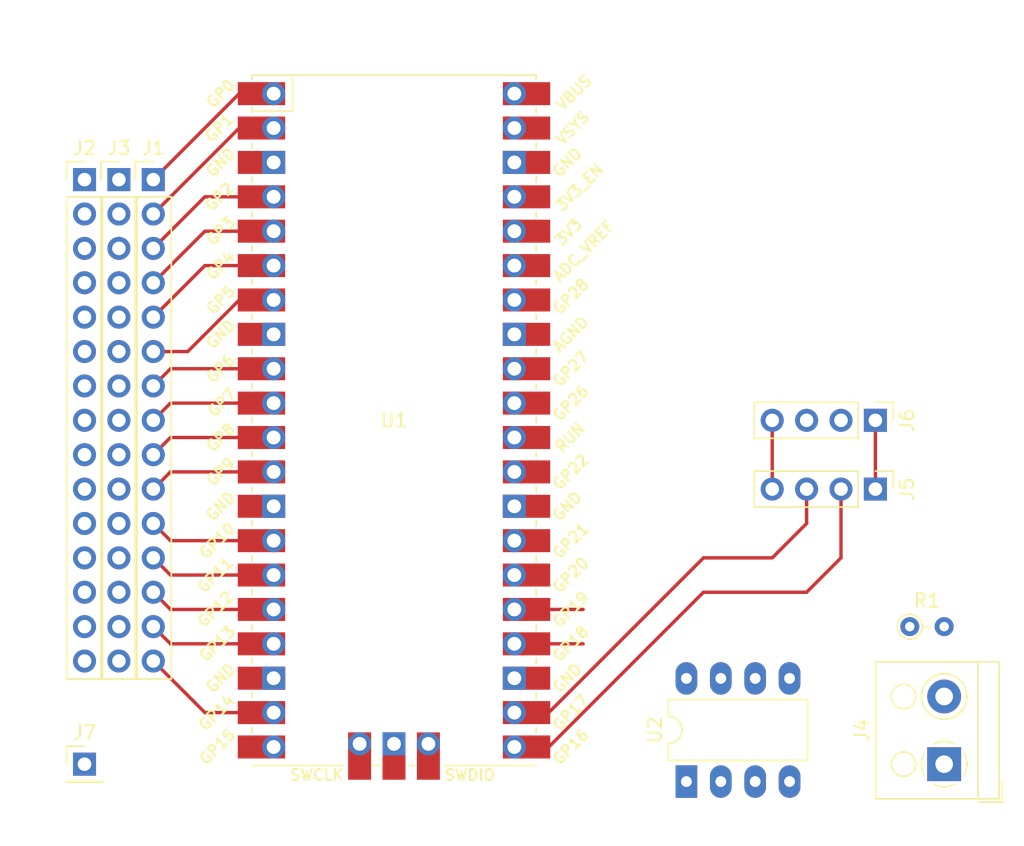
<source format=kicad_pcb>
(kicad_pcb (version 20221018) (generator pcbnew)
  (layers (0 "F.Cu" signal) (31 "B.Cu" signal) (34 "B.Paste" user) (35 "F.Paste" user) (36 "B.SilkS" user "B.Silkscreen") (37 "F.SilkS" user "F.Silkscreen") (38 "B.Mask" user) (39 "F.Mask" user) (44 "Edge.Cuts" user))
  (net 0 "")
  (net 1 "Net-(J1-Pin_1)")
  (net 2 "Net-(J1-Pin_2)")
  (net 3 "Net-(J1-Pin_3)")
  (net 4 "Net-(J1-Pin_4)")
  (net 5 "Net-(J1-Pin_5)")
  (net 6 "Net-(J1-Pin_6)")
  (net 7 "Net-(J1-Pin_7)")
  (net 8 "Net-(J1-Pin_8)")
  (net 9 "Net-(J1-Pin_9)")
  (net 10 "Net-(J1-Pin_10)")
  (net 11 "Net-(J1-Pin_11)")
  (net 12 "Net-(J1-Pin_12)")
  (net 13 "Net-(J1-Pin_13)")
  (net 14 "Net-(J1-Pin_14)")
  (net 15 "Net-(J1-Pin_15)")
  (net 16 "+5V")
  (net 17 "GND")
  (net 18 "Net-(J4-Pin_1)")
  (net 19 "/I2C0SDA")
  (net 20 "/I2C0SCL")
  (net 21 "/SPI0SCK")
  (net 22 "/SPI0TX")
  (net 23 "Net-(J7-Pin_1)")
  (net 24 "Net-(C1-Pad2)")
  (net 26 "Net-(U2-+)")
  (net 27 "Net-(C1-Pad1)")
  (footprint "TerminalBlock_RND:TerminalBlock_RND_205-00001_1x02_P5.00mm_Horizontal" (layer "F.Cu") (at 177.8 109.22 90)
    (fp_text reference "J4" (at 2.5 -6.06 90) (layer "F.SilkS"))
    (fp_text value "Screw_Terminal_01x02")
    (fp_line (start -2.8 2.56) (end -2.8 4.3) (stroke (width 0.12)) (layer "F.SilkS"))
    (fp_line (start -2.8 4.3) (end -1.3 4.3) (stroke (width 0.12)) (layer "F.SilkS"))
    (fp_line (start -2.56 -5.06) (end -2.56 4.06) (stroke (width 0.12)) (layer "F.SilkS"))
    (fp_line (start -2.56 -5.06) (end 7.56 -5.06) (stroke (width 0.12)) (layer "F.SilkS"))
    (fp_line (start -2.56 2.5) (end 7.56 2.5) (stroke (width 0.12)) (layer "F.SilkS"))
    (fp_line (start -2.56 4.06) (end 7.56 4.06) (stroke (width 0.12)) (layer "F.SilkS"))
    (fp_line (start 3.82 0.976) (end 3.726 1.069) (stroke (width 0.12)) (layer "F.SilkS"))
    (fp_line (start 3.99 1.216) (end 3.931 1.274) (stroke (width 0.12)) (layer "F.SilkS"))
    (fp_line (start 6.07 -1.275) (end 6.011 -1.216) (stroke (width 0.12)) (layer "F.SilkS"))
    (fp_line (start 6.275 -1.069) (end 6.181 -0.976) (stroke (width 0.12)) (layer "F.SilkS"))
    (fp_line (start 7.56 -5.06) (end 7.56 4.06) (stroke (width 0.12)) (layer "F.SilkS"))
    (fp_arc (start -1.483953 0.789089) (mid -1.680708 0.00005) (end -1.484 -0.789) (stroke (width 0.12)) (layer "F.SilkS"))
    (fp_arc (start -0.789089 -1.483953) (mid -0.00005 -1.680708) (end 0.789 -1.484) (stroke (width 0.12)) (layer "F.SilkS"))
    (fp_arc (start 0.029383 1.68045) (mid -0.392304 1.634281) (end -0.789 1.484) (stroke (width 0.12)) (layer "F.SilkS"))
    (fp_arc (start 0.788712 1.483352) (mid 0.406429 1.630097) (end 0 1.68) (stroke (width 0.12)) (layer "F.SilkS"))
    (fp_arc (start 1.483953 -0.789089) (mid 1.680708 -0.00005) (end 1.484 0.789) (stroke (width 0.12)) (layer "F.SilkS"))
    (fp_circle (center 0 -3) (end 0.9 -3) (stroke (width 0.12)) (fill none) (layer "F.SilkS"))
    (fp_circle (center 5 -3) (end 5.9 -3) (stroke (width 0.12)) (fill none) (layer "F.SilkS"))
    (fp_circle (center 5 0) (end 6.68 0) (stroke (width 0.12)) (fill none) (layer "F.SilkS"))
    (pad "1" thru_hole rect (at 0 0 90) (size 2.5 2.5) (drill 1.3) (layers "*.Cu" "*.Mask") (net 18 "Net-(J4-Pin_1)"))
    (pad "2" thru_hole circle (at 5 0 90) (size 2.5 2.5) (drill 1.3) (layers "*.Cu" "*.Mask") (net 17 "GND"))
  )
  (footprint "MCU_RaspberryPi_and_Boards:RPi_Pico_SMD_TH" (layer "F.Cu") (at 137.16 83.82)
    (fp_text reference "U1" (at 0 0) (layer "F.SilkS"))
    (fp_text value "Pico")
    (fp_text user "GP10" (at -13.054 8.89 45) (layer "F.SilkS") (effects (font (size 0.8 0.8))))
    (fp_text user "GP5" (at -12.8 -8.89 45) (layer "F.SilkS") (effects (font (size 0.8 0.8))))
    (fp_text user "GP22" (at 13.054 3.81 45) (layer "F.SilkS") (effects (font (size 0.8 0.8))))
    (fp_text user "GP4" (at -12.8 -11.43 45) (layer "F.SilkS") (effects (font (size 0.8 0.8))))
    (fp_text user "GP19" (at 13.054 13.97 45) (layer "F.SilkS") (effects (font (size 0.8 0.8))))
    (fp_text user "GND" (at 12.8 -19.05 45) (layer "F.SilkS") (effects (font (size 0.8 0.8))))
    (fp_text user "GP1" (at -12.9 -21.6 45) (layer "F.SilkS") (effects (font (size 0.8 0.8))))
    (fp_text user "GND" (at -12.8 -19.05 45) (layer "F.SilkS") (effects (font (size 0.8 0.8))))
    (fp_text user "SWDIO" (at 5.6 26.2) (layer "F.SilkS") (effects (font (size 0.8 0.8))))
    (fp_text user "SWCLK" (at -5.7 26.2) (layer "F.SilkS") (effects (font (size 0.8 0.8))))
    (fp_text user "GP6" (at -12.8 -3.81 45) (layer "F.SilkS") (effects (font (size 0.8 0.8))))
    (fp_text user "GP13" (at -13.054 16.51 45) (layer "F.SilkS") (effects (font (size 0.8 0.8))))
    (fp_text user "VSYS" (at 13.2 -21.59 45) (layer "F.SilkS") (effects (font (size 0.8 0.8))))
    (fp_text user "GP17" (at 13.054 21.59 45) (layer "F.SilkS") (effects (font (size 0.8 0.8))))
    (fp_text user "GP15" (at -13.054 24.13 45) (layer "F.SilkS") (effects (font (size 0.8 0.8))))
    (fp_text user "GP2" (at -12.9 -16.51 45) (layer "F.SilkS") (effects (font (size 0.8 0.8))))
    (fp_text user "GP14" (at -13.1 21.59 45) (layer "F.SilkS") (effects (font (size 0.8 0.8))))
    (fp_text user "GP27" (at 13.054 -3.8 45) (layer "F.SilkS") (effects (font (size 0.8 0.8))))
    (fp_text user "GP12" (at -13.2 13.97 45) (layer "F.SilkS") (effects (font (size 0.8 0.8))))
    (fp_text user "AGND" (at 13.054 -6.35 45) (layer "F.SilkS") (effects (font (size 0.8 0.8))))
    (fp_text user "GP8" (at -12.8 1.27 45) (layer "F.SilkS") (effects (font (size 0.8 0.8))))
    (fp_text user "GP11" (at -13.2 11.43 45) (layer "F.SilkS") (effects (font (size 0.8 0.8))))
    (fp_text user "RUN" (at 13 1.27 45) (layer "F.SilkS") (effects (font (size 0.8 0.8))))
    (fp_text user "3V3_EN" (at 13.7 -17.2 45) (layer "F.SilkS") (effects (font (size 0.8 0.8))))
    (fp_text user "GP18" (at 13.054 16.51 45) (layer "F.SilkS") (effects (font (size 0.8 0.8))))
    (fp_text user "GND" (at -12.8 6.35 45) (layer "F.SilkS") (effects (font (size 0.8 0.8))))
    (fp_text user "GP0" (at -12.8 -24.13 45) (layer "F.SilkS") (effects (font (size 0.8 0.8))))
    (fp_text user "GP28" (at 13.054 -9.144 45) (layer "F.SilkS") (effects (font (size 0.8 0.8))))
    (fp_text user "GND" (at -12.8 -6.35 45) (layer "F.SilkS") (effects (font (size 0.8 0.8))))
    (fp_text user "GP26" (at 13.054 -1.27 45) (layer "F.SilkS") (effects (font (size 0.8 0.8))))
    (fp_text user "GP3" (at -12.8 -13.97 45) (layer "F.SilkS") (effects (font (size 0.8 0.8))))
    (fp_text user "GP7" (at -12.7 -1.3 45) (layer "F.SilkS") (effects (font (size 0.8 0.8))))
    (fp_text user "GP21" (at 13.054 8.9 45) (layer "F.SilkS") (effects (font (size 0.8 0.8))))
    (fp_text user "GND" (at 12.8 6.35 45) (layer "F.SilkS") (effects (font (size 0.8 0.8))))
    (fp_text user "ADC_VREF" (at 14 -12.5 45) (layer "F.SilkS") (effects (font (size 0.8 0.8))))
    (fp_text user "GP16" (at 13.054 24.13 45) (layer "F.SilkS") (effects (font (size 0.8 0.8))))
    (fp_text user "GP20" (at 13.054 11.43 45) (layer "F.SilkS") (effects (font (size 0.8 0.8))))
    (fp_text user "GND" (at -12.8 19.05 45) (layer "F.SilkS") (effects (font (size 0.8 0.8))))
    (fp_text user "GND" (at 12.8 19.05 45) (layer "F.SilkS") (effects (font (size 0.8 0.8))))
    (fp_text user "GP9" (at -12.8 3.81 45) (layer "F.SilkS") (effects (font (size 0.8 0.8))))
    (fp_text user "3V3" (at 12.9 -13.9 45) (layer "F.SilkS") (effects (font (size 0.8 0.8))))
    (fp_text user "VBUS" (at 13.3 -24.2 45) (layer "F.SilkS") (effects (font (size 0.8 0.8))))
    (fp_line (start -10.5 -25.5) (end -10.5 -25.2) (stroke (width 0.12)) (layer "F.SilkS"))
    (fp_line (start -10.5 -25.5) (end 10.5 -25.5) (stroke (width 0.12)) (layer "F.SilkS"))
    (fp_line (start -10.5 -23.1) (end -10.5 -22.7) (stroke (width 0.12)) (layer "F.SilkS"))
    (fp_line (start -10.5 -22.833) (end -7.493 -22.833) (stroke (width 0.12)) (layer "F.SilkS"))
    (fp_line (start -10.5 -20.5) (end -10.5 -20.1) (stroke (width 0.12)) (layer "F.SilkS"))
    (fp_line (start -10.5 -18) (end -10.5 -17.6) (stroke (width 0.12)) (layer "F.SilkS"))
    (fp_line (start -10.5 -15.4) (end -10.5 -15) (stroke (width 0.12)) (layer "F.SilkS"))
    (fp_line (start -10.5 -12.9) (end -10.5 -12.5) (stroke (width 0.12)) (layer "F.SilkS"))
    (fp_line (start -10.5 -10.4) (end -10.5 -10) (stroke (width 0.12)) (layer "F.SilkS"))
    (fp_line (start -10.5 -7.8) (end -10.5 -7.4) (stroke (width 0.12)) (layer "F.SilkS"))
    (fp_line (start -10.5 -5.3) (end -10.5 -4.9) (stroke (width 0.12)) (layer "F.SilkS"))
    (fp_line (start -10.5 -2.7) (end -10.5 -2.3) (stroke (width 0.12)) (layer "F.SilkS"))
    (fp_line (start -10.5 -0.2) (end -10.5 0.2) (stroke (width 0.12)) (layer "F.SilkS"))
    (fp_line (start -10.5 2.3) (end -10.5 2.7) (stroke (width 0.12)) (layer "F.SilkS"))
    (fp_line (start -10.5 4.9) (end -10.5 5.3) (stroke (width 0.12)) (layer "F.SilkS"))
    (fp_line (start -10.5 7.4) (end -10.5 7.8) (stroke (width 0.12)) (layer "F.SilkS"))
    (fp_line (start -10.5 10) (end -10.5 10.4) (stroke (width 0.12)) (layer "F.SilkS"))
    (fp_line (start -10.5 12.5) (end -10.5 12.9) (stroke (width 0.12)) (layer "F.SilkS"))
    (fp_line (start -10.5 15.1) (end -10.5 15.5) (stroke (width 0.12)) (layer "F.SilkS"))
    (fp_line (start -10.5 17.6) (end -10.5 18) (stroke (width 0.12)) (layer "F.SilkS"))
    (fp_line (start -10.5 20.1) (end -10.5 20.5) (stroke (width 0.12)) (layer "F.SilkS"))
    (fp_line (start -10.5 22.7) (end -10.5 23.1) (stroke (width 0.12)) (layer "F.SilkS"))
    (fp_line (start -7.493 -22.833) (end -7.493 -25.5) (stroke (width 0.12)) (layer "F.SilkS"))
    (fp_line (start -3.7 25.5) (end -10.5 25.5) (stroke (width 0.12)) (layer "F.SilkS"))
    (fp_line (start -1.5 25.5) (end -1.1 25.5) (stroke (width 0.12)) (layer "F.SilkS"))
    (fp_line (start 1.1 25.5) (end 1.5 25.5) (stroke (width 0.12)) (layer "F.SilkS"))
    (fp_line (start 10.5 -25.5) (end 10.5 -25.2) (stroke (width 0.12)) (layer "F.SilkS"))
    (fp_line (start 10.5 -23.1) (end 10.5 -22.7) (stroke (width 0.12)) (layer "F.SilkS"))
    (fp_line (start 10.5 -20.5) (end 10.5 -20.1) (stroke (width 0.12)) (layer "F.SilkS"))
    (fp_line (start 10.5 -18) (end 10.5 -17.6) (stroke (width 0.12)) (layer "F.SilkS"))
    (fp_line (start 10.5 -15.4) (end 10.5 -15) (stroke (width 0.12)) (layer "F.SilkS"))
    (fp_line (start 10.5 -12.9) (end 10.5 -12.5) (stroke (width 0.12)) (layer "F.SilkS"))
    (fp_line (start 10.5 -10.4) (end 10.5 -10) (stroke (width 0.12)) (layer "F.SilkS"))
    (fp_line (start 10.5 -7.8) (end 10.5 -7.4) (stroke (width 0.12)) (layer "F.SilkS"))
    (fp_line (start 10.5 -5.3) (end 10.5 -4.9) (stroke (width 0.12)) (layer "F.SilkS"))
    (fp_line (start 10.5 -2.7) (end 10.5 -2.3) (stroke (width 0.12)) (layer "F.SilkS"))
    (fp_line (start 10.5 -0.2) (end 10.5 0.2) (stroke (width 0.12)) (layer "F.SilkS"))
    (fp_line (start 10.5 2.3) (end 10.5 2.7) (stroke (width 0.12)) (layer "F.SilkS"))
    (fp_line (start 10.5 4.9) (end 10.5 5.3) (stroke (width 0.12)) (layer "F.SilkS"))
    (fp_line (start 10.5 7.4) (end 10.5 7.8) (stroke (width 0.12)) (layer "F.SilkS"))
    (fp_line (start 10.5 10) (end 10.5 10.4) (stroke (width 0.12)) (layer "F.SilkS"))
    (fp_line (start 10.5 12.5) (end 10.5 12.9) (stroke (width 0.12)) (layer "F.SilkS"))
    (fp_line (start 10.5 15.1) (end 10.5 15.5) (stroke (width 0.12)) (layer "F.SilkS"))
    (fp_line (start 10.5 17.6) (end 10.5 18) (stroke (width 0.12)) (layer "F.SilkS"))
    (fp_line (start 10.5 20.1) (end 10.5 20.5) (stroke (width 0.12)) (layer "F.SilkS"))
    (fp_line (start 10.5 22.7) (end 10.5 23.1) (stroke (width 0.12)) (layer "F.SilkS"))
    (fp_line (start 10.5 25.5) (end 3.7 25.5) (stroke (width 0.12)) (layer "F.SilkS"))
    (pad "" np_thru_hole oval (at -2.725 -24) (size 1.8 1.8) (drill 1.8) (layers "*.Cu" "*.Mask"))
    (pad "" np_thru_hole oval (at -2.425 -20.97) (size 1.5 1.5) (drill 1.5) (layers "*.Cu" "*.Mask"))
    (pad "" np_thru_hole oval (at 2.425 -20.97) (size 1.5 1.5) (drill 1.5) (layers "*.Cu" "*.Mask"))
    (pad "" np_thru_hole oval (at 2.725 -24) (size 1.8 1.8) (drill 1.8) (layers "*.Cu" "*.Mask"))
    (pad "1" thru_hole oval (at -8.89 -24.13) (size 1.7 1.7) (drill 1.02) (layers "*.Cu" "*.Mask") (net 1 "Net-(J1-Pin_1)"))
    (pad "1" smd rect (at -8.89 -24.13) (size 3.5 1.7) (drill (offset -0.9 0)) (layers "F.Cu" "F.Mask") (net 1 "Net-(J1-Pin_1)"))
    (pad "2" thru_hole oval (at -8.89 -21.59) (size 1.7 1.7) (drill 1.02) (layers "*.Cu" "*.Mask") (net 2 "Net-(J1-Pin_2)"))
    (pad "2" smd rect (at -8.89 -21.59) (size 3.5 1.7) (drill (offset -0.9 0)) (layers "F.Cu" "F.Mask") (net 2 "Net-(J1-Pin_2)"))
    (pad "3" thru_hole rect (at -8.89 -19.05) (size 1.7 1.7) (drill 1.02) (layers "*.Cu" "*.Mask"))
    (pad "3" smd rect (at -8.89 -19.05) (size 3.5 1.7) (drill (offset -0.9 0)) (layers "F.Cu" "F.Mask"))
    (pad "4" thru_hole oval (at -8.89 -16.51) (size 1.7 1.7) (drill 1.02) (layers "*.Cu" "*.Mask") (net 3 "Net-(J1-Pin_3)"))
    (pad "4" smd rect (at -8.89 -16.51) (size 3.5 1.7) (drill (offset -0.9 0)) (layers "F.Cu" "F.Mask") (net 3 "Net-(J1-Pin_3)"))
    (pad "5" thru_hole oval (at -8.89 -13.97) (size 1.7 1.7) (drill 1.02) (layers "*.Cu" "*.Mask") (net 4 "Net-(J1-Pin_4)"))
    (pad "5" smd rect (at -8.89 -13.97) (size 3.5 1.7) (drill (offset -0.9 0)) (layers "F.Cu" "F.Mask") (net 4 "Net-(J1-Pin_4)"))
    (pad "6" thru_hole oval (at -8.89 -11.43) (size 1.7 1.7) (drill 1.02) (layers "*.Cu" "*.Mask") (net 5 "Net-(J1-Pin_5)"))
    (pad "6" smd rect (at -8.89 -11.43) (size 3.5 1.7) (drill (offset -0.9 0)) (layers "F.Cu" "F.Mask") (net 5 "Net-(J1-Pin_5)"))
    (pad "7" thru_hole oval (at -8.89 -8.89) (size 1.7 1.7) (drill 1.02) (layers "*.Cu" "*.Mask") (net 6 "Net-(J1-Pin_6)"))
    (pad "7" smd rect (at -8.89 -8.89) (size 3.5 1.7) (drill (offset -0.9 0)) (layers "F.Cu" "F.Mask") (net 6 "Net-(J1-Pin_6)"))
    (pad "8" thru_hole rect (at -8.89 -6.35) (size 1.7 1.7) (drill 1.02) (layers "*.Cu" "*.Mask"))
    (pad "8" smd rect (at -8.89 -6.35) (size 3.5 1.7) (drill (offset -0.9 0)) (layers "F.Cu" "F.Mask"))
    (pad "9" thru_hole oval (at -8.89 -3.81) (size 1.7 1.7) (drill 1.02) (layers "*.Cu" "*.Mask") (net 7 "Net-(J1-Pin_7)"))
    (pad "9" smd rect (at -8.89 -3.81) (size 3.5 1.7) (drill (offset -0.9 0)) (layers "F.Cu" "F.Mask") (net 7 "Net-(J1-Pin_7)"))
    (pad "10" thru_hole oval (at -8.89 -1.27) (size 1.7 1.7) (drill 1.02) (layers "*.Cu" "*.Mask") (net 8 "Net-(J1-Pin_8)"))
    (pad "10" smd rect (at -8.89 -1.27) (size 3.5 1.7) (drill (offset -0.9 0)) (layers "F.Cu" "F.Mask") (net 8 "Net-(J1-Pin_8)"))
    (pad "11" thru_hole oval (at -8.89 1.27) (size 1.7 1.7) (drill 1.02) (layers "*.Cu" "*.Mask") (net 9 "Net-(J1-Pin_9)"))
    (pad "11" smd rect (at -8.89 1.27) (size 3.5 1.7) (drill (offset -0.9 0)) (layers "F.Cu" "F.Mask") (net 9 "Net-(J1-Pin_9)"))
    (pad "12" thru_hole oval (at -8.89 3.81) (size 1.7 1.7) (drill 1.02) (layers "*.Cu" "*.Mask") (net 10 "Net-(J1-Pin_10)"))
    (pad "12" smd rect (at -8.89 3.81) (size 3.5 1.7) (drill (offset -0.9 0)) (layers "F.Cu" "F.Mask") (net 10 "Net-(J1-Pin_10)"))
    (pad "13" thru_hole rect (at -8.89 6.35) (size 1.7 1.7) (drill 1.02) (layers "*.Cu" "*.Mask"))
    (pad "13" smd rect (at -8.89 6.35) (size 3.5 1.7) (drill (offset -0.9 0)) (layers "F.Cu" "F.Mask"))
    (pad "14" thru_hole oval (at -8.89 8.89) (size 1.7 1.7) (drill 1.02) (layers "*.Cu" "*.Mask") (net 11 "Net-(J1-Pin_11)"))
    (pad "14" smd rect (at -8.89 8.89) (size 3.5 1.7) (drill (offset -0.9 0)) (layers "F.Cu" "F.Mask") (net 11 "Net-(J1-Pin_11)"))
    (pad "15" thru_hole oval (at -8.89 11.43) (size 1.7 1.7) (drill 1.02) (layers "*.Cu" "*.Mask") (net 12 "Net-(J1-Pin_12)"))
    (pad "15" smd rect (at -8.89 11.43) (size 3.5 1.7) (drill (offset -0.9 0)) (layers "F.Cu" "F.Mask") (net 12 "Net-(J1-Pin_12)"))
    (pad "16" thru_hole oval (at -8.89 13.97) (size 1.7 1.7) (drill 1.02) (layers "*.Cu" "*.Mask") (net 13 "Net-(J1-Pin_13)"))
    (pad "16" smd rect (at -8.89 13.97) (size 3.5 1.7) (drill (offset -0.9 0)) (layers "F.Cu" "F.Mask") (net 13 "Net-(J1-Pin_13)"))
    (pad "17" thru_hole oval (at -8.89 16.51) (size 1.7 1.7) (drill 1.02) (layers "*.Cu" "*.Mask") (net 14 "Net-(J1-Pin_14)"))
    (pad "17" smd rect (at -8.89 16.51) (size 3.5 1.7) (drill (offset -0.9 0)) (layers "F.Cu" "F.Mask") (net 14 "Net-(J1-Pin_14)"))
    (pad "18" thru_hole rect (at -8.89 19.05) (size 1.7 1.7) (drill 1.02) (layers "*.Cu" "*.Mask"))
    (pad "18" smd rect (at -8.89 19.05) (size 3.5 1.7) (drill (offset -0.9 0)) (layers "F.Cu" "F.Mask"))
    (pad "19" thru_hole oval (at -8.89 21.59) (size 1.7 1.7) (drill 1.02) (layers "*.Cu" "*.Mask") (net 15 "Net-(J1-Pin_15)"))
    (pad "19" smd rect (at -8.89 21.59) (size 3.5 1.7) (drill (offset -0.9 0)) (layers "F.Cu" "F.Mask") (net 15 "Net-(J1-Pin_15)"))
    (pad "20" thru_hole oval (at -8.89 24.13) (size 1.7 1.7) (drill 1.02) (layers "*.Cu" "*.Mask") (net 23 "Net-(J7-Pin_1)"))
    (pad "20" smd rect (at -8.89 24.13) (size 3.5 1.7) (drill (offset -0.9 0)) (layers "F.Cu" "F.Mask") (net 23 "Net-(J7-Pin_1)"))
    (pad "21" thru_hole oval (at 8.89 24.13) (size 1.7 1.7) (drill 1.02) (layers "*.Cu" "*.Mask") (net 19 "/I2C0SDA"))
    (pad "21" smd rect (at 8.89 24.13) (size 3.5 1.7) (drill (offset 0.9 0)) (layers "F.Cu" "F.Mask") (net 19 "/I2C0SDA"))
    (pad "22" thru_hole oval (at 8.89 21.59) (size 1.7 1.7) (drill 1.02) (layers "*.Cu" "*.Mask") (net 20 "/I2C0SCL"))
    (pad "22" smd rect (at 8.89 21.59) (size 3.5 1.7) (drill (offset 0.9 0)) (layers "F.Cu" "F.Mask") (net 20 "/I2C0SCL"))
    (pad "23" thru_hole rect (at 8.89 19.05) (size 1.7 1.7) (drill 1.02) (layers "*.Cu" "*.Mask"))
    (pad "23" smd rect (at 8.89 19.05) (size 3.5 1.7) (drill (offset 0.9 0)) (layers "F.Cu" "F.Mask"))
    (pad "24" thru_hole oval (at 8.89 16.51) (size 1.7 1.7) (drill 1.02) (layers "*.Cu" "*.Mask") (net 21 "/SPI0SCK"))
    (pad "24" smd rect (at 8.89 16.51) (size 3.5 1.7) (drill (offset 0.9 0)) (layers "F.Cu" "F.Mask") (net 21 "/SPI0SCK"))
    (pad "25" thru_hole oval (at 8.89 13.97) (size 1.7 1.7) (drill 1.02) (layers "*.Cu" "*.Mask") (net 22 "/SPI0TX"))
    (pad "25" smd rect (at 8.89 13.97) (size 3.5 1.7) (drill (offset 0.9 0)) (layers "F.Cu" "F.Mask") (net 22 "/SPI0TX"))
    (pad "26" thru_hole oval (at 8.89 11.43) (size 1.7 1.7) (drill 1.02) (layers "*.Cu" "*.Mask"))
    (pad "26" smd rect (at 8.89 11.43) (size 3.5 1.7) (drill (offset 0.9 0)) (layers "F.Cu" "F.Mask"))
    (pad "27" thru_hole oval (at 8.89 8.89) (size 1.7 1.7) (drill 1.02) (layers "*.Cu" "*.Mask"))
    (pad "27" smd rect (at 8.89 8.89) (size 3.5 1.7) (drill (offset 0.9 0)) (layers "F.Cu" "F.Mask"))
    (pad "28" thru_hole rect (at 8.89 6.35) (size 1.7 1.7) (drill 1.02) (layers "*.Cu" "*.Mask"))
    (pad "28" smd rect (at 8.89 6.35) (size 3.5 1.7) (drill (offset 0.9 0)) (layers "F.Cu" "F.Mask"))
    (pad "29" thru_hole oval (at 8.89 3.81) (size 1.7 1.7) (drill 1.02) (layers "*.Cu" "*.Mask"))
    (pad "29" smd rect (at 8.89 3.81) (size 3.5 1.7) (drill (offset 0.9 0)) (layers "F.Cu" "F.Mask"))
    (pad "30" thru_hole oval (at 8.89 1.27) (size 1.7 1.7) (drill 1.02) (layers "*.Cu" "*.Mask"))
    (pad "30" smd rect (at 8.89 1.27) (size 3.5 1.7) (drill (offset 0.9 0)) (layers "F.Cu" "F.Mask"))
    (pad "31" thru_hole oval (at 8.89 -1.27) (size 1.7 1.7) (drill 1.02) (layers "*.Cu" "*.Mask"))
    (pad "31" smd rect (at 8.89 -1.27) (size 3.5 1.7) (drill (offset 0.9 0)) (layers "F.Cu" "F.Mask"))
    (pad "32" thru_hole oval (at 8.89 -3.81) (size 1.7 1.7) (drill 1.02) (layers "*.Cu" "*.Mask"))
    (pad "32" smd rect (at 8.89 -3.81) (size 3.5 1.7) (drill (offset 0.9 0)) (layers "F.Cu" "F.Mask"))
    (pad "33" thru_hole rect (at 8.89 -6.35) (size 1.7 1.7) (drill 1.02) (layers "*.Cu" "*.Mask"))
    (pad "33" smd rect (at 8.89 -6.35) (size 3.5 1.7) (drill (offset 0.9 0)) (layers "F.Cu" "F.Mask"))
    (pad "34" thru_hole oval (at 8.89 -8.89) (size 1.7 1.7) (drill 1.02) (layers "*.Cu" "*.Mask"))
    (pad "34" smd rect (at 8.89 -8.89) (size 3.5 1.7) (drill (offset 0.9 0)) (layers "F.Cu" "F.Mask"))
    (pad "35" thru_hole oval (at 8.89 -11.43) (size 1.7 1.7) (drill 1.02) (layers "*.Cu" "*.Mask"))
    (pad "35" smd rect (at 8.89 -11.43) (size 3.5 1.7) (drill (offset 0.9 0)) (layers "F.Cu" "F.Mask"))
    (pad "36" thru_hole oval (at 8.89 -13.97) (size 1.7 1.7) (drill 1.02) (layers "*.Cu" "*.Mask"))
    (pad "36" smd rect (at 8.89 -13.97) (size 3.5 1.7) (drill (offset 0.9 0)) (layers "F.Cu" "F.Mask"))
    (pad "37" thru_hole oval (at 8.89 -16.51) (size 1.7 1.7) (drill 1.02) (layers "*.Cu" "*.Mask"))
    (pad "37" smd rect (at 8.89 -16.51) (size 3.5 1.7) (drill (offset 0.9 0)) (layers "F.Cu" "F.Mask"))
    (pad "38" thru_hole rect (at 8.89 -19.05) (size 1.7 1.7) (drill 1.02) (layers "*.Cu" "*.Mask") (net 17 "GND"))
    (pad "38" smd rect (at 8.89 -19.05) (size 3.5 1.7) (drill (offset 0.9 0)) (layers "F.Cu" "F.Mask") (net 17 "GND"))
    (pad "39" thru_hole oval (at 8.89 -21.59) (size 1.7 1.7) (drill 1.02) (layers "*.Cu" "*.Mask"))
    (pad "39" smd rect (at 8.89 -21.59) (size 3.5 1.7) (drill (offset 0.9 0)) (layers "F.Cu" "F.Mask"))
    (pad "40" thru_hole oval (at 8.89 -24.13) (size 1.7 1.7) (drill 1.02) (layers "*.Cu" "*.Mask") (net 16 "+5V"))
    (pad "40" smd rect (at 8.89 -24.13) (size 3.5 1.7) (drill (offset 0.9 0)) (layers "F.Cu" "F.Mask") (net 16 "+5V"))
    (pad "41" thru_hole oval (at -2.54 23.9) (size 1.7 1.7) (drill 1.02) (layers "*.Cu" "*.Mask"))
    (pad "41" smd rect (at -2.54 23.9 90) (size 3.5 1.7) (drill (offset -0.9 0)) (layers "F.Cu" "F.Mask"))
    (pad "42" thru_hole rect (at 0 23.9) (size 1.7 1.7) (drill 1.02) (layers "*.Cu" "*.Mask"))
    (pad "42" smd rect (at 0 23.9 90) (size 3.5 1.7) (drill (offset -0.9 0)) (layers "F.Cu" "F.Mask"))
    (pad "43" thru_hole oval (at 2.54 23.9) (size 1.7 1.7) (drill 1.02) (layers "*.Cu" "*.Mask"))
    (pad "43" smd rect (at 2.54 23.9 90) (size 3.5 1.7) (drill (offset -0.9 0)) (layers "F.Cu" "F.Mask"))
  )
  (footprint "Connector_PinHeader_2.54mm:PinHeader_1x15_P2.54mm_Vertical" (layer "F.Cu") (at 119.38 66.04)
    (fp_text reference "J1" (at 0 -2.33) (layer "F.SilkS"))
    (fp_text value "Conn_01x15_Pin")
    (fp_line (start -1.33 -1.33) (end 0 -1.33) (stroke (width 0.12)) (layer "F.SilkS"))
    (fp_line (start -1.33 0) (end -1.33 -1.33) (stroke (width 0.12)) (layer "F.SilkS"))
    (fp_line (start -1.33 1.27) (end -1.33 36.89) (stroke (width 0.12)) (layer "F.SilkS"))
    (fp_line (start -1.33 1.27) (end 1.33 1.27) (stroke (width 0.12)) (layer "F.SilkS"))
    (fp_line (start -1.33 36.89) (end 1.33 36.89) (stroke (width 0.12)) (layer "F.SilkS"))
    (fp_line (start 1.33 1.27) (end 1.33 36.89) (stroke (width 0.12)) (layer "F.SilkS"))
    (pad "1" thru_hole rect (at 0 0) (size 1.7 1.7) (drill 1) (layers "*.Cu" "*.Mask") (net 1 "Net-(J1-Pin_1)"))
    (pad "2" thru_hole oval (at 0 2.54) (size 1.7 1.7) (drill 1) (layers "*.Cu" "*.Mask") (net 2 "Net-(J1-Pin_2)"))
    (pad "3" thru_hole oval (at 0 5.08) (size 1.7 1.7) (drill 1) (layers "*.Cu" "*.Mask") (net 3 "Net-(J1-Pin_3)"))
    (pad "4" thru_hole oval (at 0 7.62) (size 1.7 1.7) (drill 1) (layers "*.Cu" "*.Mask") (net 4 "Net-(J1-Pin_4)"))
    (pad "5" thru_hole oval (at 0 10.16) (size 1.7 1.7) (drill 1) (layers "*.Cu" "*.Mask") (net 5 "Net-(J1-Pin_5)"))
    (pad "6" thru_hole oval (at 0 12.7) (size 1.7 1.7) (drill 1) (layers "*.Cu" "*.Mask") (net 6 "Net-(J1-Pin_6)"))
    (pad "7" thru_hole oval (at 0 15.24) (size 1.7 1.7) (drill 1) (layers "*.Cu" "*.Mask") (net 7 "Net-(J1-Pin_7)"))
    (pad "8" thru_hole oval (at 0 17.78) (size 1.7 1.7) (drill 1) (layers "*.Cu" "*.Mask") (net 8 "Net-(J1-Pin_8)"))
    (pad "9" thru_hole oval (at 0 20.32) (size 1.7 1.7) (drill 1) (layers "*.Cu" "*.Mask") (net 9 "Net-(J1-Pin_9)"))
    (pad "10" thru_hole oval (at 0 22.86) (size 1.7 1.7) (drill 1) (layers "*.Cu" "*.Mask") (net 10 "Net-(J1-Pin_10)"))
    (pad "11" thru_hole oval (at 0 25.4) (size 1.7 1.7) (drill 1) (layers "*.Cu" "*.Mask") (net 11 "Net-(J1-Pin_11)"))
    (pad "12" thru_hole oval (at 0 27.94) (size 1.7 1.7) (drill 1) (layers "*.Cu" "*.Mask") (net 12 "Net-(J1-Pin_12)"))
    (pad "13" thru_hole oval (at 0 30.48) (size 1.7 1.7) (drill 1) (layers "*.Cu" "*.Mask") (net 13 "Net-(J1-Pin_13)"))
    (pad "14" thru_hole oval (at 0 33.02) (size 1.7 1.7) (drill 1) (layers "*.Cu" "*.Mask") (net 14 "Net-(J1-Pin_14)"))
    (pad "15" thru_hole oval (at 0 35.56) (size 1.7 1.7) (drill 1) (layers "*.Cu" "*.Mask") (net 15 "Net-(J1-Pin_15)"))
  )
  (footprint "Connector_PinHeader_2.54mm:PinHeader_1x04_P2.54mm_Vertical" (layer "F.Cu") (at 172.72 88.9 -90)
    (fp_text reference "J5" (at 0 -2.33 90) (layer "F.SilkS"))
    (fp_text value "Conn_01x04_Pin" hide)
    (fp_line (start -1.33 -1.33) (end 0 -1.33) (stroke (width 0.12)) (layer "F.SilkS"))
    (fp_line (start -1.33 0) (end -1.33 -1.33) (stroke (width 0.12)) (layer "F.SilkS"))
    (fp_line (start -1.33 1.27) (end -1.33 8.95) (stroke (width 0.12)) (layer "F.SilkS"))
    (fp_line (start -1.33 1.27) (end 1.33 1.27) (stroke (width 0.12)) (layer "F.SilkS"))
    (fp_line (start -1.33 8.95) (end 1.33 8.95) (stroke (width 0.12)) (layer "F.SilkS"))
    (fp_line (start 1.33 1.27) (end 1.33 8.95) (stroke (width 0.12)) (layer "F.SilkS"))
    (pad "1" thru_hole rect (at 0 0 270) (size 1.7 1.7) (drill 1) (layers "*.Cu" "*.Mask") (net 17 "GND"))
    (pad "2" thru_hole oval (at 0 2.54 270) (size 1.7 1.7) (drill 1) (layers "*.Cu" "*.Mask") (net 19 "/I2C0SDA"))
    (pad "3" thru_hole oval (at 0 5.08 270) (size 1.7 1.7) (drill 1) (layers "*.Cu" "*.Mask") (net 20 "/I2C0SCL"))
    (pad "4" thru_hole oval (at 0 7.62 270) (size 1.7 1.7) (drill 1) (layers "*.Cu" "*.Mask") (net 16 "+5V"))
  )
  (footprint "Connector_PinHeader_2.54mm:PinHeader_1x04_P2.54mm_Vertical" (layer "F.Cu") (at 172.72 83.82 -90)
    (fp_text reference "J6" (at 0 -2.33 90) (layer "F.SilkS"))
    (fp_text value "Conn_01x04_Pin" hide)
    (fp_line (start -1.33 -1.33) (end 0 -1.33) (stroke (width 0.12)) (layer "F.SilkS"))
    (fp_line (start -1.33 0) (end -1.33 -1.33) (stroke (width 0.12)) (layer "F.SilkS"))
    (fp_line (start -1.33 1.27) (end -1.33 8.95) (stroke (width 0.12)) (layer "F.SilkS"))
    (fp_line (start -1.33 1.27) (end 1.33 1.27) (stroke (width 0.12)) (layer "F.SilkS"))
    (fp_line (start -1.33 8.95) (end 1.33 8.95) (stroke (width 0.12)) (layer "F.SilkS"))
    (fp_line (start 1.33 1.27) (end 1.33 8.95) (stroke (width 0.12)) (layer "F.SilkS"))
    (pad "1" thru_hole rect (at 0 0 270) (size 1.7 1.7) (drill 1) (layers "*.Cu" "*.Mask") (net 17 "GND"))
    (pad "2" thru_hole oval (at 0 2.54 270) (size 1.7 1.7) (drill 1) (layers "*.Cu" "*.Mask") (net 21 "/SPI0SCK"))
    (pad "3" thru_hole oval (at 0 5.08 270) (size 1.7 1.7) (drill 1) (layers "*.Cu" "*.Mask") (net 22 "/SPI0TX"))
    (pad "4" thru_hole oval (at 0 7.62 270) (size 1.7 1.7) (drill 1) (layers "*.Cu" "*.Mask") (net 16 "+5V"))
  )
  (footprint "Resistor_THT:R_Axial_DIN0204_L3.6mm_D1.6mm_P2.54mm_Vertical" (layer "F.Cu") (at 175.26 99.06)
    (fp_text reference "R1" (at 1.27 -1.92) (layer "F.SilkS"))
    (fp_text value "10")
    (fp_line (start 0.92 0) (end 1.54 0) (stroke (width 0.12)) (layer "F.SilkS"))
    (fp_circle (center 0 0) (end 0.92 0) (stroke (width 0.12)) (fill none) (layer "F.SilkS"))
    (pad "1" thru_hole circle (at 0 0) (size 1.4 1.4) (drill 0.7) (layers "*.Cu" "*.Mask") (net 24 "Net-(C1-Pad2)"))
    (pad "2" thru_hole oval (at 2.54 0) (size 1.4 1.4) (drill 0.7) (layers "*.Cu" "*.Mask") (net 17 "GND"))
  )
  (footprint "Connector_PinHeader_2.54mm:PinHeader_1x01_P2.54mm_Vertical" (layer "F.Cu") (at 114.3 109.22)
    (fp_text reference "J7" (at 0 -2.33) (layer "F.SilkS"))
    (fp_text value "Conn_01x01")
    (fp_line (start -1.33 -1.33) (end 0 -1.33) (stroke (width 0.12)) (layer "F.SilkS"))
    (fp_line (start -1.33 0) (end -1.33 -1.33) (stroke (width 0.12)) (layer "F.SilkS"))
    (fp_line (start -1.33 1.27) (end -1.33 1.33) (stroke (width 0.12)) (layer "F.SilkS"))
    (fp_line (start -1.33 1.27) (end 1.33 1.27) (stroke (width 0.12)) (layer "F.SilkS"))
    (fp_line (start -1.33 1.33) (end 1.33 1.33) (stroke (width 0.12)) (layer "F.SilkS"))
    (fp_line (start 1.33 1.27) (end 1.33 1.33) (stroke (width 0.12)) (layer "F.SilkS"))
    (pad "1" thru_hole rect (at 0 0) (size 1.7 1.7) (drill 1) (layers "*.Cu" "*.Mask") (net 23 "Net-(J7-Pin_1)"))
  )
  (footprint "Package_DIP:DIP-8_W7.62mm_LongPads" (layer "F.Cu") (at 158.76 110.505 90)
    (fp_text reference "U2" (at 3.81 -2.33 90) (layer "F.SilkS"))
    (fp_text value "LM386")
    (fp_line (start 1.56 -1.33) (end 1.56 8.95) (stroke (width 0.12)) (layer "F.SilkS"))
    (fp_line (start 1.56 8.95) (end 6.06 8.95) (stroke (width 0.12)) (layer "F.SilkS"))
    (fp_line (start 2.81 -1.33) (end 1.56 -1.33) (stroke (width 0.12)) (layer "F.SilkS"))
    (fp_line (start 6.06 -1.33) (end 4.81 -1.33) (stroke (width 0.12)) (layer "F.SilkS"))
    (fp_line (start 6.06 8.95) (end 6.06 -1.33) (stroke (width 0.12)) (layer "F.SilkS"))
    (fp_arc (start 4.81 -1.33) (mid 3.81 -0.33) (end 2.81 -1.33) (stroke (width 0.12)) (layer "F.SilkS"))
    (pad "1" thru_hole rect (at 0 0 90) (size 2.4 1.6) (drill 0.8) (layers "*.Cu" "*.Mask"))
    (pad "2" thru_hole oval (at 0 2.54 90) (size 2.4 1.6) (drill 0.8) (layers "*.Cu" "*.Mask") (net 17 "GND"))
    (pad "3" thru_hole oval (at 0 5.08 90) (size 2.4 1.6) (drill 0.8) (layers "*.Cu" "*.Mask") (net 26 "Net-(U2-+)"))
    (pad "4" thru_hole oval (at 0 7.62 90) (size 2.4 1.6) (drill 0.8) (layers "*.Cu" "*.Mask") (net 17 "GND"))
    (pad "5" thru_hole oval (at 7.62 7.62 90) (size 2.4 1.6) (drill 0.8) (layers "*.Cu" "*.Mask") (net 27 "Net-(C1-Pad1)"))
    (pad "6" thru_hole oval (at 7.62 5.08 90) (size 2.4 1.6) (drill 0.8) (layers "*.Cu" "*.Mask") (net 16 "+5V"))
    (pad "7" thru_hole oval (at 7.62 2.54 90) (size 2.4 1.6) (drill 0.8) (layers "*.Cu" "*.Mask"))
    (pad "8" thru_hole oval (at 7.62 0 90) (size 2.4 1.6) (drill 0.8) (layers "*.Cu" "*.Mask"))
  )
  (footprint "Connector_PinHeader_2.54mm:PinHeader_1x15_P2.54mm_Vertical" (layer "F.Cu") (at 114.3 66.04)
    (fp_text reference "J2" (at 0 -2.33) (layer "F.SilkS"))
    (fp_text value "Conn_01x15_Pin")
    (fp_line (start -1.33 -1.33) (end 0 -1.33) (stroke (width 0.12)) (layer "F.SilkS"))
    (fp_line (start -1.33 0) (end -1.33 -1.33) (stroke (width 0.12)) (layer "F.SilkS"))
    (fp_line (start -1.33 1.27) (end -1.33 36.89) (stroke (width 0.12)) (layer "F.SilkS"))
    (fp_line (start -1.33 1.27) (end 1.33 1.27) (stroke (width 0.12)) (layer "F.SilkS"))
    (fp_line (start -1.33 36.89) (end 1.33 36.89) (stroke (width 0.12)) (layer "F.SilkS"))
    (fp_line (start 1.33 1.27) (end 1.33 36.89) (stroke (width 0.12)) (layer "F.SilkS"))
    (pad "1" thru_hole rect (at 0 0) (size 1.7 1.7) (drill 1) (layers "*.Cu" "*.Mask") (net 16 "+5V"))
    (pad "2" thru_hole oval (at 0 2.54) (size 1.7 1.7) (drill 1) (layers "*.Cu" "*.Mask") (net 16 "+5V"))
    (pad "3" thru_hole oval (at 0 5.08) (size 1.7 1.7) (drill 1) (layers "*.Cu" "*.Mask") (net 16 "+5V"))
    (pad "4" thru_hole oval (at 0 7.62) (size 1.7 1.7) (drill 1) (layers "*.Cu" "*.Mask") (net 16 "+5V"))
    (pad "5" thru_hole oval (at 0 10.16) (size 1.7 1.7) (drill 1) (layers "*.Cu" "*.Mask") (net 16 "+5V"))
    (pad "6" thru_hole oval (at 0 12.7) (size 1.7 1.7) (drill 1) (layers "*.Cu" "*.Mask") (net 16 "+5V"))
    (pad "7" thru_hole oval (at 0 15.24) (size 1.7 1.7) (drill 1) (layers "*.Cu" "*.Mask") (net 16 "+5V"))
    (pad "8" thru_hole oval (at 0 17.78) (size 1.7 1.7) (drill 1) (layers "*.Cu" "*.Mask") (net 16 "+5V"))
    (pad "9" thru_hole oval (at 0 20.32) (size 1.7 1.7) (drill 1) (layers "*.Cu" "*.Mask") (net 16 "+5V"))
    (pad "10" thru_hole oval (at 0 22.86) (size 1.7 1.7) (drill 1) (layers "*.Cu" "*.Mask") (net 16 "+5V"))
    (pad "11" thru_hole oval (at 0 25.4) (size 1.7 1.7) (drill 1) (layers "*.Cu" "*.Mask") (net 16 "+5V"))
    (pad "12" thru_hole oval (at 0 27.94) (size 1.7 1.7) (drill 1) (layers "*.Cu" "*.Mask") (net 16 "+5V"))
    (pad "13" thru_hole oval (at 0 30.48) (size 1.7 1.7) (drill 1) (layers "*.Cu" "*.Mask") (net 16 "+5V"))
    (pad "14" thru_hole oval (at 0 33.02) (size 1.7 1.7) (drill 1) (layers "*.Cu" "*.Mask") (net 16 "+5V"))
    (pad "15" thru_hole oval (at 0 35.56) (size 1.7 1.7) (drill 1) (layers "*.Cu" "*.Mask") (net 16 "+5V"))
  )
  (footprint "Connector_PinHeader_2.54mm:PinHeader_1x15_P2.54mm_Vertical" (layer "F.Cu") (at 116.84 66.04)
    (fp_text reference "J3" (at 0 -2.33) (layer "F.SilkS"))
    (fp_text value "Conn_01x15_Pin")
    (fp_line (start -1.33 -1.33) (end 0 -1.33) (stroke (width 0.12)) (layer "F.SilkS"))
    (fp_line (start -1.33 0) (end -1.33 -1.33) (stroke (width 0.12)) (layer "F.SilkS"))
    (fp_line (start -1.33 1.27) (end -1.33 36.89) (stroke (width 0.12)) (layer "F.SilkS"))
    (fp_line (start -1.33 1.27) (end 1.33 1.27) (stroke (width 0.12)) (layer "F.SilkS"))
    (fp_line (start -1.33 36.89) (end 1.33 36.89) (stroke (width 0.12)) (layer "F.SilkS"))
    (fp_line (start 1.33 1.27) (end 1.33 36.89) (stroke (width 0.12)) (layer "F.SilkS"))
    (pad "1" thru_hole rect (at 0 0) (size 1.7 1.7) (drill 1) (layers "*.Cu" "*.Mask") (net 17 "GND"))
    (pad "2" thru_hole oval (at 0 2.54) (size 1.7 1.7) (drill 1) (layers "*.Cu" "*.Mask") (net 17 "GND"))
    (pad "3" thru_hole oval (at 0 5.08) (size 1.7 1.7) (drill 1) (layers "*.Cu" "*.Mask") (net 17 "GND"))
    (pad "4" thru_hole oval (at 0 7.62) (size 1.7 1.7) (drill 1) (layers "*.Cu" "*.Mask") (net 17 "GND"))
    (pad "5" thru_hole oval (at 0 10.16) (size 1.7 1.7) (drill 1) (layers "*.Cu" "*.Mask") (net 17 "GND"))
    (pad "6" thru_hole oval (at 0 12.7) (size 1.7 1.7) (drill 1) (layers "*.Cu" "*.Mask") (net 17 "GND"))
    (pad "7" thru_hole oval (at 0 15.24) (size 1.7 1.7) (drill 1) (layers "*.Cu" "*.Mask") (net 17 "GND"))
    (pad "8" thru_hole oval (at 0 17.78) (size 1.7 1.7) (drill 1) (layers "*.Cu" "*.Mask") (net 17 "GND"))
    (pad "9" thru_hole oval (at 0 20.32) (size 1.7 1.7) (drill 1) (layers "*.Cu" "*.Mask") (net 17 "GND"))
    (pad "10" thru_hole oval (at 0 22.86) (size 1.7 1.7) (drill 1) (layers "*.Cu" "*.Mask") (net 17 "GND"))
    (pad "11" thru_hole oval (at 0 25.4) (size 1.7 1.7) (drill 1) (layers "*.Cu" "*.Mask") (net 17 "GND"))
    (pad "12" thru_hole oval (at 0 27.94) (size 1.7 1.7) (drill 1) (layers "*.Cu" "*.Mask") (net 17 "GND"))
    (pad "13" thru_hole oval (at 0 30.48) (size 1.7 1.7) (drill 1) (layers "*.Cu" "*.Mask") (net 17 "GND"))
    (pad "14" thru_hole oval (at 0 33.02) (size 1.7 1.7) (drill 1) (layers "*.Cu" "*.Mask") (net 17 "GND"))
    (pad "15" thru_hole oval (at 0 35.56) (size 1.7 1.7) (drill 1) (layers "*.Cu" "*.Mask") (net 17 "GND"))
  )
  (segment (start 125.73 59.69) (end 128.27 59.69) (width 0.25) (layer "F.Cu") (net 1))
  (segment (start 119.38 66.04) (end 125.73 59.69) (width 0.25) (layer "F.Cu") (net 1))
  (segment (start 119.38 68.58) (end 125.73 62.23) (width 0.25) (layer "F.Cu") (net 2))
  (segment (start 125.73 62.23) (end 128.27 62.23) (width 0.25) (layer "F.Cu") (net 2))
  (segment (start 123.19 67.31) (end 128.27 67.31) (width 0.25) (layer "F.Cu") (net 3))
  (segment (start 119.38 71.12) (end 123.19 67.31) (width 0.25) (layer "F.Cu") (net 3))
  (segment (start 119.38 73.66) (end 123.19 69.85) (width 0.25) (layer "F.Cu") (net 4))
  (segment (start 123.19 69.85) (end 128.27 69.85) (width 0.25) (layer "F.Cu") (net 4))
  (segment (start 123.19 72.39) (end 128.27 72.39) (width 0.25) (layer "F.Cu") (net 5))
  (segment (start 119.38 76.2) (end 123.19 72.39) (width 0.25) (layer "F.Cu") (net 5))
  (segment (start 121.92 78.74) (end 125.73 74.93) (width 0.25) (layer "F.Cu") (net 6))
  (segment (start 119.38 78.74) (end 121.92 78.74) (width 0.25) (layer "F.Cu") (net 6))
  (segment (start 125.73 74.93) (end 128.27 74.93) (width 0.25) (layer "F.Cu") (net 6))
  (segment (start 120.65 80.01) (end 128.27 80.01) (width 0.25) (layer "F.Cu") (net 7))
  (segment (start 119.38 81.28) (end 120.65 80.01) (width 0.25) (layer "F.Cu") (net 7))
  (segment (start 120.65 82.55) (end 128.27 82.55) (width 0.25) (layer "F.Cu") (net 8))
  (segment (start 119.38 83.82) (end 120.65 82.55) (width 0.25) (layer "F.Cu") (net 8))
  (segment (start 119.38 86.36) (end 120.65 85.09) (width 0.25) (layer "F.Cu") (net 9))
  (segment (start 120.65 85.09) (end 128.27 85.09) (width 0.25) (layer "F.Cu") (net 9))
  (segment (start 120.65 87.63) (end 128.27 87.63) (width 0.25) (layer "F.Cu") (net 10))
  (segment (start 119.38 88.9) (end 120.65 87.63) (width 0.25) (layer "F.Cu") (net 10))
  (segment (start 120.65 92.71) (end 128.27 92.71) (width 0.25) (layer "F.Cu") (net 11))
  (segment (start 119.38 91.44) (end 120.65 92.71) (width 0.25) (layer "F.Cu") (net 11))
  (segment (start 119.38 93.98) (end 120.65 95.25) (width 0.25) (layer "F.Cu") (net 12))
  (segment (start 120.65 95.25) (end 128.27 95.25) (width 0.25) (layer "F.Cu") (net 12))
  (segment (start 119.38 96.52) (end 120.65 97.79) (width 0.25) (layer "F.Cu") (net 13))
  (segment (start 120.65 97.79) (end 128.27 97.79) (width 0.25) (layer "F.Cu") (net 13))
  (segment (start 119.38 99.06) (end 120.65 100.33) (width 0.25) (layer "F.Cu") (net 14))
  (segment (start 120.65 100.33) (end 128.27 100.33) (width 0.25) (layer "F.Cu") (net 14))
  (segment (start 119.38 101.6) (end 123.19 105.41) (width 0.25) (layer "F.Cu") (net 15))
  (segment (start 123.19 105.41) (end 128.27 105.41) (width 0.25) (layer "F.Cu") (net 15))
  (segment (start 165.1 83.82) (end 165.1 88.9) (width 0.25) (layer "F.Cu") (net 16))
  (segment (start 172.72 83.82) (end 172.72 88.9) (width 0.25) (layer "F.Cu") (net 17))
  (segment (start 146.05 107.95) (end 148.59 107.95) (width 0.25) (layer "F.Cu") (net 19))
  (segment (start 160.02 96.52) (end 167.64 96.52) (width 0.25) (layer "F.Cu") (net 19))
  (segment (start 148.59 107.95) (end 160.02 96.52) (width 0.25) (layer "F.Cu") (net 19))
  (segment (start 170.18 93.98) (end 170.18 88.9) (width 0.25) (layer "F.Cu") (net 19))
  (segment (start 167.64 96.52) (end 170.18 93.98) (width 0.25) (layer "F.Cu") (net 19))
  (segment (start 146.05 105.41) (end 148.59 105.41) (width 0.25) (layer "F.Cu") (net 20))
  (segment (start 148.59 105.41) (end 160.02 93.98) (width 0.25) (layer "F.Cu") (net 20))
  (segment (start 167.64 91.44) (end 167.64 88.9) (width 0.25) (layer "F.Cu") (net 20))
  (segment (start 165.1 93.98) (end 167.64 91.44) (width 0.25) (layer "F.Cu") (net 20))
  (segment (start 160.02 93.98) (end 165.1 93.98) (width 0.25) (layer "F.Cu") (net 20))
  (segment (start 146.05 100.33) (end 151.13 100.33) (width 0.25) (layer "F.Cu") (net 21))
  (segment (start 146.05 97.79) (end 151.13 97.79) (width 0.25) (layer "F.Cu") (net 22))
)
</source>
